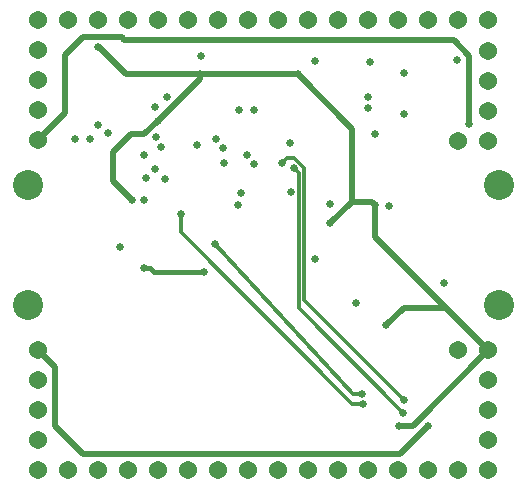
<source format=gbl>
G04 #@! TF.GenerationSoftware,KiCad,Pcbnew,(5.1.5)-3*
G04 #@! TF.CreationDate,2020-07-28T03:54:34+01:00*
G04 #@! TF.ProjectId,ta-ctrl,74612d63-7472-46c2-9e6b-696361645f70,v0*
G04 #@! TF.SameCoordinates,Original*
G04 #@! TF.FileFunction,Copper,L4,Bot*
G04 #@! TF.FilePolarity,Positive*
%FSLAX46Y46*%
G04 Gerber Fmt 4.6, Leading zero omitted, Abs format (unit mm)*
G04 Created by KiCad (PCBNEW (5.1.5)-3) date 2020-07-28 03:54:34*
%MOMM*%
%LPD*%
G04 APERTURE LIST*
%ADD10C,1.540000*%
%ADD11C,2.540000*%
%ADD12C,0.635000*%
%ADD13C,0.508000*%
%ADD14C,0.304800*%
%ADD15C,0.406400*%
G04 APERTURE END LIST*
D10*
X135950000Y-88950000D03*
X138490000Y-88950000D03*
X141030000Y-88950000D03*
X143570000Y-88950000D03*
X146110000Y-88950000D03*
X148650000Y-88950000D03*
X151190000Y-88950000D03*
X153730000Y-88950000D03*
X156270000Y-88950000D03*
X158810000Y-88950000D03*
X161350000Y-88950000D03*
X163890000Y-88950000D03*
X166430000Y-88950000D03*
X168970000Y-88950000D03*
X171510000Y-88950000D03*
X174050000Y-88950000D03*
X174050000Y-127050000D03*
X171510000Y-127050000D03*
X168970000Y-127050000D03*
X166430000Y-127050000D03*
X163890000Y-127050000D03*
X161350000Y-127050000D03*
X158810000Y-127050000D03*
X156270000Y-127050000D03*
X153730000Y-127050000D03*
X151190000Y-127050000D03*
X148650000Y-127050000D03*
X146110000Y-127050000D03*
X143570000Y-127050000D03*
X141030000Y-127050000D03*
X138490000Y-127050000D03*
X135950000Y-127050000D03*
D11*
X174960000Y-113080000D03*
X135040000Y-113080000D03*
X174960000Y-102920000D03*
X135040000Y-102920000D03*
D10*
X135950000Y-124510000D03*
X135950000Y-121970000D03*
X135950000Y-119430000D03*
X135950000Y-116890000D03*
X135950000Y-99110000D03*
X135950000Y-96570000D03*
X135950000Y-94030000D03*
X135950000Y-91490000D03*
X174050000Y-121969800D03*
X174050000Y-116889800D03*
X174050000Y-119429800D03*
X174050000Y-124509800D03*
X171510000Y-116889800D03*
X174050000Y-94106200D03*
X174050000Y-99186200D03*
X174050000Y-96646200D03*
X174050000Y-91566200D03*
X171510000Y-99186200D03*
D12*
X159359600Y-92405200D03*
X149733000Y-91948000D03*
X159385000Y-109194600D03*
X162890200Y-112852200D03*
X170332400Y-111226600D03*
X164439600Y-98552000D03*
X157276800Y-99364800D03*
X171424600Y-92278200D03*
X142849600Y-108153200D03*
X151688800Y-101041200D03*
X151612600Y-99796600D03*
X151003000Y-99009200D03*
X160629600Y-104470200D03*
X149377400Y-99517200D03*
X146659600Y-102362000D03*
X164058600Y-92481400D03*
X145821400Y-101523800D03*
X144932400Y-104165400D03*
X144932400Y-100330000D03*
X145034000Y-102285800D03*
X168910000Y-123317000D03*
X172440600Y-97739200D03*
X153136600Y-103606600D03*
X152831800Y-104597200D03*
X163423600Y-121437400D03*
X148005800Y-105333800D03*
X163398200Y-120599200D03*
X150901400Y-107873800D03*
X156565600Y-101041200D03*
X166954200Y-121107200D03*
X157581600Y-101473000D03*
X166801800Y-122199400D03*
X153593800Y-100330000D03*
X163855400Y-95453200D03*
X154178000Y-101092000D03*
X163880800Y-96367600D03*
X166903400Y-96901000D03*
X152908000Y-96545400D03*
X166954200Y-93446600D03*
X154178000Y-96570800D03*
X157378400Y-103454200D03*
X165658800Y-104648000D03*
X141833600Y-98526600D03*
X146354800Y-99644200D03*
X141046200Y-97790000D03*
X145923000Y-98831400D03*
X140309600Y-99009200D03*
X145796402Y-96291400D03*
X139076799Y-99034600D03*
X146841199Y-95453200D03*
X166497000Y-123291600D03*
X164490400Y-104622600D03*
X160680400Y-106121200D03*
X157911800Y-93497400D03*
X149606000Y-93472000D03*
X140970000Y-91211400D03*
X146075400Y-97485200D03*
X143865600Y-104140000D03*
X144932400Y-109931200D03*
X149961600Y-110286800D03*
X165404800Y-114757200D03*
D13*
X135950000Y-116890000D02*
X137388600Y-118328600D01*
X137388600Y-118328600D02*
X137388600Y-123342400D01*
X139732401Y-125686201D02*
X166540799Y-125686201D01*
X137388600Y-123342400D02*
X139732401Y-125686201D01*
X166540799Y-125686201D02*
X168910000Y-123317000D01*
X168910000Y-123317000D02*
X168910000Y-123317000D01*
X171119800Y-90627200D02*
X172440600Y-91948000D01*
X172440600Y-91948000D02*
X172440600Y-97739200D01*
X172440600Y-97739200D02*
X172440600Y-97739200D01*
X135950000Y-99110000D02*
X138252200Y-96807800D01*
X138252200Y-96807800D02*
X138252200Y-91897200D01*
X138252200Y-91897200D02*
X139750800Y-90398600D01*
X139750800Y-90398600D02*
X143002000Y-90398600D01*
X143230600Y-90627200D02*
X171119800Y-90627200D01*
X143002000Y-90398600D02*
X143230600Y-90627200D01*
D14*
X162974588Y-121437400D02*
X163423600Y-121437400D01*
X162527994Y-121437400D02*
X162974588Y-121437400D01*
X148005800Y-106915206D02*
X162527994Y-121437400D01*
X148005800Y-105333800D02*
X148005800Y-106915206D01*
X162610800Y-120599200D02*
X150901400Y-107873800D01*
X163398200Y-120599200D02*
X162610800Y-120599200D01*
X158457911Y-101428305D02*
X157613606Y-100584000D01*
X158457911Y-112610911D02*
X158457911Y-101428305D01*
X166954200Y-121107200D02*
X158457911Y-112610911D01*
X157022800Y-100584000D02*
X156565600Y-101041200D01*
X157613606Y-100584000D02*
X157022800Y-100584000D01*
X158000701Y-101892101D02*
X158000701Y-113296701D01*
X157581600Y-101473000D02*
X158000701Y-101892101D01*
X158000701Y-113296701D02*
X166801800Y-122199400D01*
X166801800Y-122199400D02*
X166852600Y-122148600D01*
D13*
X174050000Y-116889800D02*
X167648200Y-123291600D01*
X167648200Y-123291600D02*
X166497000Y-123291600D01*
X166497000Y-123291600D02*
X166497000Y-123291600D01*
X164490400Y-107330200D02*
X164490400Y-104622600D01*
X164490400Y-104622600D02*
X164490400Y-104622600D01*
X164172901Y-104305101D02*
X162547299Y-104305101D01*
X164490400Y-104622600D02*
X164172901Y-104305101D01*
X162547299Y-104305101D02*
X160680400Y-106121200D01*
X160680400Y-106121200D02*
X160705800Y-106146600D01*
X162547299Y-104305101D02*
X162547299Y-98132899D01*
X162547299Y-98132899D02*
X157911800Y-93497400D01*
X157911800Y-93497400D02*
X157911800Y-93497400D01*
D14*
X149606000Y-93472000D02*
X149606000Y-93472000D01*
D13*
X149631400Y-93497400D02*
X149606000Y-93472000D01*
X157911800Y-93497400D02*
X149631400Y-93497400D01*
X147066000Y-93472000D02*
X149606000Y-93472000D01*
X140970000Y-91211400D02*
X141097000Y-91211400D01*
X143357600Y-93472000D02*
X147066000Y-93472000D01*
X141097000Y-91211400D02*
X143357600Y-93472000D01*
X144940588Y-98620012D02*
X146075400Y-97485200D01*
X142316200Y-100076000D02*
X143772188Y-98620012D01*
X143865600Y-104140000D02*
X142316200Y-102590600D01*
X143772188Y-98620012D02*
X144940588Y-98620012D01*
X142316200Y-102590600D02*
X142316200Y-100076000D01*
X146075400Y-97485200D02*
X149606000Y-93954600D01*
X149606000Y-93954600D02*
X149606000Y-93472000D01*
D15*
X145381412Y-109931200D02*
X145737012Y-110286800D01*
X144932400Y-109931200D02*
X145381412Y-109931200D01*
X145737012Y-110286800D02*
X149961600Y-110286800D01*
D13*
X170439100Y-113278900D02*
X166883100Y-113278900D01*
X170439100Y-113278900D02*
X164490400Y-107330200D01*
X174050000Y-116889800D02*
X170439100Y-113278900D01*
X166883100Y-113278900D02*
X165404800Y-114757200D01*
X165404800Y-114757200D02*
X165404800Y-114757200D01*
M02*

</source>
